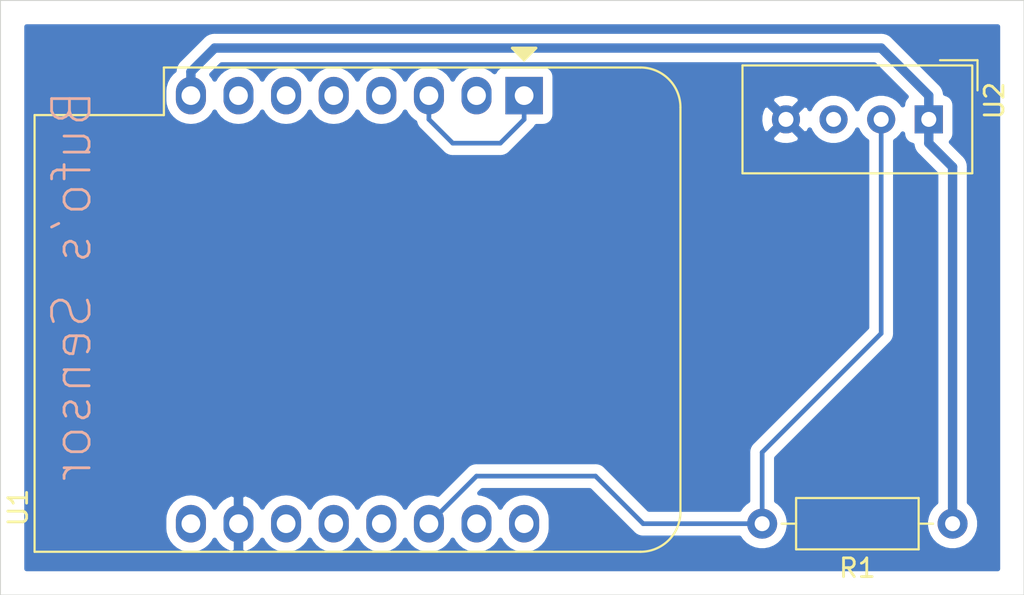
<source format=kicad_pcb>
(kicad_pcb (version 20171130) (host pcbnew "(5.1.8)-1")

  (general
    (thickness 1.6)
    (drawings 5)
    (tracks 20)
    (zones 0)
    (modules 3)
    (nets 5)
  )

  (page A4)
  (layers
    (0 F.Cu signal)
    (31 B.Cu signal)
    (33 F.Adhes user)
    (35 F.Paste user)
    (36 B.SilkS user)
    (37 F.SilkS user)
    (38 B.Mask user)
    (39 F.Mask user)
    (40 Dwgs.User user)
    (41 Cmts.User user)
    (42 Eco1.User user)
    (43 Eco2.User user)
    (44 Edge.Cuts user)
    (45 Margin user)
    (46 B.CrtYd user)
    (47 F.CrtYd user)
    (49 F.Fab user)
  )

  (setup
    (last_trace_width 0.3)
    (trace_clearance 0.3)
    (zone_clearance 0.508)
    (zone_45_only no)
    (trace_min 0.2)
    (via_size 0.8)
    (via_drill 0.4)
    (via_min_size 0.4)
    (via_min_drill 0.3)
    (uvia_size 0.3)
    (uvia_drill 0.1)
    (uvias_allowed no)
    (uvia_min_size 0.2)
    (uvia_min_drill 0.1)
    (edge_width 0.05)
    (segment_width 0.2)
    (pcb_text_width 0.3)
    (pcb_text_size 1.5 1.5)
    (mod_edge_width 0.12)
    (mod_text_size 1 1)
    (mod_text_width 0.15)
    (pad_size 1.524 1.524)
    (pad_drill 0.762)
    (pad_to_mask_clearance 0)
    (aux_axis_origin 0 0)
    (visible_elements 7FFFFFFF)
    (pcbplotparams
      (layerselection 0x010f0_ffffffff)
      (usegerberextensions false)
      (usegerberattributes true)
      (usegerberadvancedattributes true)
      (creategerberjobfile true)
      (excludeedgelayer true)
      (linewidth 0.100000)
      (plotframeref false)
      (viasonmask false)
      (mode 1)
      (useauxorigin false)
      (hpglpennumber 1)
      (hpglpenspeed 20)
      (hpglpendiameter 15.000000)
      (psnegative false)
      (psa4output false)
      (plotreference true)
      (plotvalue true)
      (plotinvisibletext false)
      (padsonsilk false)
      (subtractmaskfromsilk false)
      (outputformat 1)
      (mirror false)
      (drillshape 0)
      (scaleselection 1)
      (outputdirectory "Gerber/"))
  )

  (net 0 "")
  (net 1 "Net-(R1-Pad2)")
  (net 2 VCC)
  (net 3 GND)
  (net 4 "Net-(U1-Pad1)")

  (net_class Default "This is the default net class."
    (clearance 0.3)
    (trace_width 0.3)
    (via_dia 0.8)
    (via_drill 0.4)
    (uvia_dia 0.3)
    (uvia_drill 0.1)
    (add_net "Net-(R1-Pad2)")
    (add_net "Net-(U1-Pad1)")
  )

  (net_class PWR ""
    (clearance 0.3)
    (trace_width 0.5)
    (via_dia 0.8)
    (via_drill 0.4)
    (uvia_dia 0.3)
    (uvia_drill 0.1)
    (add_net GND)
    (add_net VCC)
  )

  (module Module:WEMOS_D1_mini_light (layer F.Cu) (tedit 5BBFB1CE) (tstamp 60FC6AD9)
    (at 116.84 40.64 270)
    (descr "16-pin module, column spacing 22.86 mm (900 mils), https://wiki.wemos.cc/products:d1:d1_mini, https://c1.staticflickr.com/1/734/31400410271_f278b087db_z.jpg")
    (tags "ESP8266 WiFi microcontroller")
    (path /60FBEF76)
    (fp_text reference U1 (at 22 27 90) (layer F.SilkS)
      (effects (font (size 1 1) (thickness 0.15)))
    )
    (fp_text value WeMos_D1_mini (at 11.7 0 90) (layer F.Fab)
      (effects (font (size 1 1) (thickness 0.15)))
    )
    (fp_line (start 1.04 26.12) (end 24.36 26.12) (layer F.SilkS) (width 0.12))
    (fp_line (start -1.5 19.22) (end -1.5 -6.21) (layer F.SilkS) (width 0.12))
    (fp_line (start 24.36 26.12) (end 24.36 -6.21) (layer F.SilkS) (width 0.12))
    (fp_line (start 22.24 -8.34) (end 0.63 -8.34) (layer F.SilkS) (width 0.12))
    (fp_line (start 1.17 25.99) (end 24.23 25.99) (layer F.Fab) (width 0.1))
    (fp_line (start 24.23 25.99) (end 24.23 -6.21) (layer F.Fab) (width 0.1))
    (fp_line (start 22.23 -8.21) (end 0.63 -8.21) (layer F.Fab) (width 0.1))
    (fp_line (start -1.37 1) (end -1.37 19.09) (layer F.Fab) (width 0.1))
    (fp_line (start -1.62 -8.46) (end 24.48 -8.46) (layer F.CrtYd) (width 0.05))
    (fp_line (start 24.48 -8.41) (end 24.48 26.24) (layer F.CrtYd) (width 0.05))
    (fp_line (start 24.48 26.24) (end -1.62 26.24) (layer F.CrtYd) (width 0.05))
    (fp_line (start -1.62 26.24) (end -1.62 -8.46) (layer F.CrtYd) (width 0.05))
    (fp_poly (pts (xy -2.54 -0.635) (xy -2.54 0.635) (xy -1.905 0)) (layer F.SilkS) (width 0.15))
    (fp_line (start -1.35 -1.4) (end 24.25 -1.4) (layer Dwgs.User) (width 0.1))
    (fp_line (start 24.25 -1.4) (end 24.25 -8.2) (layer Dwgs.User) (width 0.1))
    (fp_line (start 24.25 -8.2) (end -1.35 -8.2) (layer Dwgs.User) (width 0.1))
    (fp_line (start -1.35 -8.2) (end -1.35 -1.4) (layer Dwgs.User) (width 0.1))
    (fp_line (start -1.35 -1.4) (end 5.45 -8.2) (layer Dwgs.User) (width 0.1))
    (fp_line (start 0.65 -1.4) (end 7.45 -8.2) (layer Dwgs.User) (width 0.1))
    (fp_line (start 2.65 -1.4) (end 9.45 -8.2) (layer Dwgs.User) (width 0.1))
    (fp_line (start 4.65 -1.4) (end 11.45 -8.2) (layer Dwgs.User) (width 0.1))
    (fp_line (start 6.65 -1.4) (end 13.45 -8.2) (layer Dwgs.User) (width 0.1))
    (fp_line (start 8.65 -1.4) (end 15.45 -8.2) (layer Dwgs.User) (width 0.1))
    (fp_line (start 10.65 -1.4) (end 17.45 -8.2) (layer Dwgs.User) (width 0.1))
    (fp_line (start 12.65 -1.4) (end 19.45 -8.2) (layer Dwgs.User) (width 0.1))
    (fp_line (start 14.65 -1.4) (end 21.45 -8.2) (layer Dwgs.User) (width 0.1))
    (fp_line (start 16.65 -1.4) (end 23.45 -8.2) (layer Dwgs.User) (width 0.1))
    (fp_line (start 18.65 -1.4) (end 24.25 -7) (layer Dwgs.User) (width 0.1))
    (fp_line (start 20.65 -1.4) (end 24.25 -5) (layer Dwgs.User) (width 0.1))
    (fp_line (start 22.65 -1.4) (end 24.25 -3) (layer Dwgs.User) (width 0.1))
    (fp_line (start -1.35 -3.4) (end 3.45 -8.2) (layer Dwgs.User) (width 0.1))
    (fp_line (start -1.3 -5.45) (end 1.45 -8.2) (layer Dwgs.User) (width 0.1))
    (fp_line (start -1.35 -7.4) (end -0.55 -8.2) (layer Dwgs.User) (width 0.1))
    (fp_line (start -1.37 19.09) (end 1.17 19.09) (layer F.Fab) (width 0.1))
    (fp_line (start 1.17 19.09) (end 1.17 25.99) (layer F.Fab) (width 0.1))
    (fp_line (start -1.37 -6.21) (end -1.37 -1) (layer F.Fab) (width 0.1))
    (fp_line (start -1.37 1) (end -0.37 0) (layer F.Fab) (width 0.1))
    (fp_line (start -0.37 0) (end -1.37 -1) (layer F.Fab) (width 0.1))
    (fp_line (start -1.5 19.22) (end 1.04 19.22) (layer F.SilkS) (width 0.12))
    (fp_line (start 1.04 19.22) (end 1.04 26.12) (layer F.SilkS) (width 0.12))
    (fp_text user "No copper" (at 11.43 -3.81 90) (layer Cmts.User)
      (effects (font (size 1 1) (thickness 0.15)))
    )
    (fp_text user "KEEP OUT" (at 11.43 -6.35 90) (layer Cmts.User)
      (effects (font (size 1 1) (thickness 0.15)))
    )
    (fp_arc (start 22.23 -6.21) (end 24.36 -6.21) (angle -90) (layer F.SilkS) (width 0.12))
    (fp_arc (start 0.63 -6.21) (end 0.63 -8.34) (angle -90) (layer F.SilkS) (width 0.12))
    (fp_arc (start 22.23 -6.21) (end 24.23 -6.19) (angle -90) (layer F.Fab) (width 0.1))
    (fp_arc (start 0.63 -6.21) (end 0.63 -8.21) (angle -90) (layer F.Fab) (width 0.1))
    (fp_text user %R (at 11.43 10 90) (layer F.Fab)
      (effects (font (size 1 1) (thickness 0.15)))
    )
    (pad 16 thru_hole oval (at 22.86 0 270) (size 2 1.6) (drill 1) (layers *.Cu *.Mask))
    (pad 15 thru_hole oval (at 22.86 2.54 270) (size 2 1.6) (drill 1) (layers *.Cu *.Mask))
    (pad 14 thru_hole oval (at 22.86 5.08 270) (size 2 1.6) (drill 1) (layers *.Cu *.Mask)
      (net 1 "Net-(R1-Pad2)"))
    (pad 13 thru_hole oval (at 22.86 7.62 270) (size 2 1.6) (drill 1) (layers *.Cu *.Mask))
    (pad 12 thru_hole oval (at 22.86 10.16 270) (size 2 1.6) (drill 1) (layers *.Cu *.Mask))
    (pad 11 thru_hole oval (at 22.86 12.7 270) (size 2 1.6) (drill 1) (layers *.Cu *.Mask))
    (pad 10 thru_hole oval (at 22.86 15.24 270) (size 2 1.6) (drill 1) (layers *.Cu *.Mask)
      (net 3 GND))
    (pad 9 thru_hole oval (at 22.86 17.78 270) (size 2 1.6) (drill 1) (layers *.Cu *.Mask))
    (pad 8 thru_hole oval (at 0 17.78 270) (size 2 1.6) (drill 1) (layers *.Cu *.Mask)
      (net 2 VCC))
    (pad 7 thru_hole oval (at 0 15.24 270) (size 2 1.6) (drill 1) (layers *.Cu *.Mask))
    (pad 6 thru_hole oval (at 0 12.7 270) (size 2 1.6) (drill 1) (layers *.Cu *.Mask))
    (pad 5 thru_hole oval (at 0 10.16 270) (size 2 1.6) (drill 1) (layers *.Cu *.Mask))
    (pad 4 thru_hole oval (at 0 7.62 270) (size 2 1.6) (drill 1) (layers *.Cu *.Mask))
    (pad 3 thru_hole oval (at 0 5.08 270) (size 2 1.6) (drill 1) (layers *.Cu *.Mask)
      (net 4 "Net-(U1-Pad1)"))
    (pad 1 thru_hole rect (at 0 0 270) (size 2 2) (drill 1) (layers *.Cu *.Mask)
      (net 4 "Net-(U1-Pad1)"))
    (pad 2 thru_hole oval (at 0 2.54 270) (size 2 1.6) (drill 1) (layers *.Cu *.Mask))
    (model ${KISYS3DMOD}/Module.3dshapes/WEMOS_D1_mini_light.wrl
      (at (xyz 0 0 0))
      (scale (xyz 1 1 1))
      (rotate (xyz 0 0 0))
    )
    (model ${KISYS3DMOD}/Connector_PinHeader_2.54mm.3dshapes/PinHeader_1x08_P2.54mm_Vertical.wrl
      (offset (xyz 0 0 9.5))
      (scale (xyz 1 1 1))
      (rotate (xyz 0 -180 0))
    )
    (model ${KISYS3DMOD}/Connector_PinHeader_2.54mm.3dshapes/PinHeader_1x08_P2.54mm_Vertical.wrl
      (offset (xyz 22.86 0 9.5))
      (scale (xyz 1 1 1))
      (rotate (xyz 0 -180 0))
    )
    (model ${KISYS3DMOD}/Connector_PinSocket_2.54mm.3dshapes/PinSocket_1x08_P2.54mm_Vertical.wrl
      (at (xyz 0 0 0))
      (scale (xyz 1 1 1))
      (rotate (xyz 0 0 0))
    )
    (model ${KISYS3DMOD}/Connector_PinSocket_2.54mm.3dshapes/PinSocket_1x08_P2.54mm_Vertical.wrl
      (offset (xyz 22.86 0 0))
      (scale (xyz 1 1 1))
      (rotate (xyz 0 0 0))
    )
  )

  (module Sensor:Aosong_DHT11_5.5x12.0_P2.54mm (layer F.Cu) (tedit 5C4B60CF) (tstamp 60FC6AF1)
    (at 138.43 41.91 270)
    (descr "Temperature and humidity module, http://akizukidenshi.com/download/ds/aosong/DHT11.pdf")
    (tags "Temperature and humidity module")
    (path /60FC2C7A)
    (fp_text reference U2 (at -1 -3.5 90) (layer F.SilkS)
      (effects (font (size 1 1) (thickness 0.15)))
    )
    (fp_text value DHT11 (at 0 11.3 90) (layer F.Fab)
      (effects (font (size 1 1) (thickness 0.15)))
    )
    (fp_line (start -1.75 -2.19) (end 2.75 -2.19) (layer F.Fab) (width 0.1))
    (fp_line (start 2.75 -2.19) (end 2.75 9.81) (layer F.Fab) (width 0.1))
    (fp_line (start 2.75 9.81) (end -2.75 9.81) (layer F.Fab) (width 0.1))
    (fp_line (start -2.75 -1.19) (end -2.75 9.81) (layer F.Fab) (width 0.1))
    (fp_line (start -2.87 -2.32) (end 2.87 -2.32) (layer F.SilkS) (width 0.12))
    (fp_line (start 2.88 -2.32) (end 2.88 9.94) (layer F.SilkS) (width 0.12))
    (fp_line (start 2.88 9.94) (end -2.88 9.94) (layer F.SilkS) (width 0.12))
    (fp_line (start -2.88 9.94) (end -2.88 -2.31) (layer F.SilkS) (width 0.12))
    (fp_line (start -3 -2.44) (end 3 -2.44) (layer F.CrtYd) (width 0.05))
    (fp_line (start 3 -2.44) (end 3 10.06) (layer F.CrtYd) (width 0.05))
    (fp_line (start 3 10.06) (end -3 10.06) (layer F.CrtYd) (width 0.05))
    (fp_line (start -3 10.06) (end -3 -2.44) (layer F.CrtYd) (width 0.05))
    (fp_line (start -2.75 -1.19) (end -1.75 -2.19) (layer F.Fab) (width 0.1))
    (fp_line (start -3.16 -2.6) (end -3.16 -0.6) (layer F.SilkS) (width 0.12))
    (fp_line (start -3.16 -2.6) (end -1.55 -2.6) (layer F.SilkS) (width 0.12))
    (fp_text user %R (at 0 3.81 90) (layer F.Fab)
      (effects (font (size 1 1) (thickness 0.15)))
    )
    (pad 4 thru_hole circle (at 0 7.62 270) (size 1.5 1.5) (drill 0.8) (layers *.Cu *.Mask)
      (net 3 GND))
    (pad 3 thru_hole circle (at 0 5.08 270) (size 1.5 1.5) (drill 0.8) (layers *.Cu *.Mask))
    (pad 2 thru_hole circle (at 0 2.54 270) (size 1.5 1.5) (drill 0.8) (layers *.Cu *.Mask)
      (net 1 "Net-(R1-Pad2)"))
    (pad 1 thru_hole rect (at 0 0 270) (size 1.5 1.5) (drill 0.8) (layers *.Cu *.Mask)
      (net 2 VCC))
    (model ${KISYS3DMOD}/Sensor.3dshapes/Aosong_DHT11_5.5x12.0_P2.54mm.wrl
      (at (xyz 0 0 0))
      (scale (xyz 1 1 1))
      (rotate (xyz 0 0 0))
    )
  )

  (module Resistor_THT:R_Axial_DIN0207_L6.3mm_D2.5mm_P10.16mm_Horizontal (layer F.Cu) (tedit 5AE5139B) (tstamp 60FC716B)
    (at 139.7 63.5 180)
    (descr "Resistor, Axial_DIN0207 series, Axial, Horizontal, pin pitch=10.16mm, 0.25W = 1/4W, length*diameter=6.3*2.5mm^2, http://cdn-reichelt.de/documents/datenblatt/B400/1_4W%23YAG.pdf")
    (tags "Resistor Axial_DIN0207 series Axial Horizontal pin pitch 10.16mm 0.25W = 1/4W length 6.3mm diameter 2.5mm")
    (path /60FCC754)
    (fp_text reference R1 (at 5.08 -2.37) (layer F.SilkS)
      (effects (font (size 1 1) (thickness 0.15)))
    )
    (fp_text value 10K (at 5.08 2.37) (layer F.Fab)
      (effects (font (size 1 1) (thickness 0.15)))
    )
    (fp_line (start 1.93 -1.25) (end 1.93 1.25) (layer F.Fab) (width 0.1))
    (fp_line (start 1.93 1.25) (end 8.23 1.25) (layer F.Fab) (width 0.1))
    (fp_line (start 8.23 1.25) (end 8.23 -1.25) (layer F.Fab) (width 0.1))
    (fp_line (start 8.23 -1.25) (end 1.93 -1.25) (layer F.Fab) (width 0.1))
    (fp_line (start 0 0) (end 1.93 0) (layer F.Fab) (width 0.1))
    (fp_line (start 10.16 0) (end 8.23 0) (layer F.Fab) (width 0.1))
    (fp_line (start 1.81 -1.37) (end 1.81 1.37) (layer F.SilkS) (width 0.12))
    (fp_line (start 1.81 1.37) (end 8.35 1.37) (layer F.SilkS) (width 0.12))
    (fp_line (start 8.35 1.37) (end 8.35 -1.37) (layer F.SilkS) (width 0.12))
    (fp_line (start 8.35 -1.37) (end 1.81 -1.37) (layer F.SilkS) (width 0.12))
    (fp_line (start 1.04 0) (end 1.81 0) (layer F.SilkS) (width 0.12))
    (fp_line (start 9.12 0) (end 8.35 0) (layer F.SilkS) (width 0.12))
    (fp_line (start -1.05 -1.5) (end -1.05 1.5) (layer F.CrtYd) (width 0.05))
    (fp_line (start -1.05 1.5) (end 11.21 1.5) (layer F.CrtYd) (width 0.05))
    (fp_line (start 11.21 1.5) (end 11.21 -1.5) (layer F.CrtYd) (width 0.05))
    (fp_line (start 11.21 -1.5) (end -1.05 -1.5) (layer F.CrtYd) (width 0.05))
    (fp_text user %R (at 5.08 0) (layer F.Fab)
      (effects (font (size 1 1) (thickness 0.15)))
    )
    (pad 2 thru_hole oval (at 10.16 0 180) (size 1.6 1.6) (drill 0.8) (layers *.Cu *.Mask)
      (net 1 "Net-(R1-Pad2)"))
    (pad 1 thru_hole circle (at 0 0 180) (size 1.6 1.6) (drill 0.8) (layers *.Cu *.Mask)
      (net 2 VCC))
    (model ${KISYS3DMOD}/Resistor_THT.3dshapes/R_Axial_DIN0207_L6.3mm_D2.5mm_P10.16mm_Horizontal.wrl
      (at (xyz 0 0 0))
      (scale (xyz 1 1 1))
      (rotate (xyz 0 0 0))
    )
  )

  (gr_text "Bufo's Sensor" (at 92.71 50.8 90) (layer B.SilkS)
    (effects (font (size 2 2) (thickness 0.15)) (justify mirror))
  )
  (gr_line (start 143.51 67.31) (end 143.51 35.56) (layer Edge.Cuts) (width 0.05) (tstamp 60FCA090))
  (gr_line (start 88.9 67.31) (end 143.51 67.31) (layer Edge.Cuts) (width 0.05))
  (gr_line (start 88.9 35.56) (end 88.9 67.31) (layer Edge.Cuts) (width 0.05))
  (gr_line (start 88.9 35.56) (end 143.51 35.56) (layer Edge.Cuts) (width 0.05))

  (segment (start 114.3 60.96) (end 111.76 63.5) (width 0.25) (layer B.Cu) (net 1) (status 20))
  (segment (start 120.65 60.96) (end 114.3 60.96) (width 0.25) (layer B.Cu) (net 1))
  (segment (start 123.19 63.5) (end 120.65 60.96) (width 0.25) (layer B.Cu) (net 1))
  (segment (start 129.54 63.5) (end 123.19 63.5) (width 0.25) (layer B.Cu) (net 1) (status 10))
  (segment (start 129.54 63.5) (end 129.54 59.69) (width 0.25) (layer B.Cu) (net 1))
  (segment (start 135.89 53.34) (end 135.89 41.91) (width 0.25) (layer B.Cu) (net 1))
  (segment (start 129.54 59.69) (end 135.89 53.34) (width 0.25) (layer B.Cu) (net 1))
  (segment (start 99.06 40.64) (end 99.06 39.37) (width 0.5) (layer B.Cu) (net 2))
  (segment (start 99.06 39.37) (end 100.33 38.1) (width 0.5) (layer B.Cu) (net 2))
  (segment (start 100.33 38.1) (end 135.89 38.1) (width 0.5) (layer B.Cu) (net 2))
  (segment (start 135.89 38.1) (end 138.43 40.64) (width 0.5) (layer B.Cu) (net 2))
  (segment (start 138.43 40.64) (end 138.43 41.91) (width 0.5) (layer B.Cu) (net 2))
  (segment (start 138.43 41.91) (end 138.43 43.18) (width 0.5) (layer B.Cu) (net 2))
  (segment (start 139.7 44.45) (end 139.7 63.5) (width 0.5) (layer B.Cu) (net 2))
  (segment (start 138.43 43.18) (end 139.7 44.45) (width 0.5) (layer B.Cu) (net 2))
  (segment (start 115.57 43.18) (end 116.84 41.91) (width 0.25) (layer B.Cu) (net 4))
  (segment (start 113.03 43.18) (end 115.57 43.18) (width 0.25) (layer B.Cu) (net 4))
  (segment (start 111.76 41.91) (end 113.03 43.18) (width 0.25) (layer B.Cu) (net 4))
  (segment (start 116.84 41.91) (end 116.84 40.64) (width 0.25) (layer B.Cu) (net 4) (status 20))
  (segment (start 111.76 40.64) (end 111.76 41.91) (width 0.25) (layer B.Cu) (net 4) (status 10))

  (zone (net 3) (net_name GND) (layer B.Cu) (tstamp 60FD7DD2) (hatch edge 0.508)
    (connect_pads (clearance 0.508))
    (min_thickness 0.254)
    (fill yes (arc_segments 32) (thermal_gap 0.508) (thermal_bridge_width 0.508))
    (polygon
      (pts
        (xy 142.24 66.04) (xy 90.17 66.04) (xy 90.17 36.83) (xy 142.24 36.83)
      )
    )
    (filled_polygon
      (pts
        (xy 142.113 65.913) (xy 90.297 65.913) (xy 90.297 63.229508) (xy 97.625 63.229508) (xy 97.625 63.770491)
        (xy 97.645764 63.981308) (xy 97.727818 64.251807) (xy 97.861068 64.5011) (xy 98.040392 64.719607) (xy 98.258899 64.898932)
        (xy 98.508192 65.032182) (xy 98.778691 65.114236) (xy 99.06 65.141943) (xy 99.341308 65.114236) (xy 99.611807 65.032182)
        (xy 99.8611 64.898932) (xy 100.079607 64.719608) (xy 100.258932 64.501101) (xy 100.328122 64.371655) (xy 100.33557 64.389227)
        (xy 100.494327 64.622662) (xy 100.695575 64.820639) (xy 100.931579 64.975551) (xy 101.19327 65.081444) (xy 101.250961 65.091904)
        (xy 101.473 64.969915) (xy 101.473 63.627) (xy 101.453 63.627) (xy 101.453 63.373) (xy 101.473 63.373)
        (xy 101.473 62.030085) (xy 101.250961 61.908096) (xy 101.19327 61.918556) (xy 100.931579 62.024449) (xy 100.695575 62.179361)
        (xy 100.494327 62.377338) (xy 100.33557 62.610773) (xy 100.328122 62.628345) (xy 100.258932 62.498899) (xy 100.079608 62.280392)
        (xy 99.861101 62.101068) (xy 99.611808 61.967818) (xy 99.341309 61.885764) (xy 99.06 61.858057) (xy 98.778692 61.885764)
        (xy 98.508193 61.967818) (xy 98.2589 62.101068) (xy 98.040393 62.280392) (xy 97.861068 62.498899) (xy 97.727818 62.748192)
        (xy 97.645764 63.018691) (xy 97.625 63.229508) (xy 90.297 63.229508) (xy 90.297 40.369508) (xy 97.625 40.369508)
        (xy 97.625 40.910491) (xy 97.645764 41.121308) (xy 97.727818 41.391807) (xy 97.861068 41.6411) (xy 98.040392 41.859607)
        (xy 98.258899 42.038932) (xy 98.508192 42.172182) (xy 98.778691 42.254236) (xy 99.06 42.281943) (xy 99.341308 42.254236)
        (xy 99.611807 42.172182) (xy 99.8611 42.038932) (xy 100.079607 41.859608) (xy 100.258932 41.641101) (xy 100.33 41.508142)
        (xy 100.401068 41.6411) (xy 100.580392 41.859607) (xy 100.798899 42.038932) (xy 101.048192 42.172182) (xy 101.318691 42.254236)
        (xy 101.6 42.281943) (xy 101.881308 42.254236) (xy 102.151807 42.172182) (xy 102.4011 42.038932) (xy 102.619607 41.859608)
        (xy 102.798932 41.641101) (xy 102.87 41.508142) (xy 102.941068 41.6411) (xy 103.120392 41.859607) (xy 103.338899 42.038932)
        (xy 103.588192 42.172182) (xy 103.858691 42.254236) (xy 104.14 42.281943) (xy 104.421308 42.254236) (xy 104.691807 42.172182)
        (xy 104.9411 42.038932) (xy 105.159607 41.859608) (xy 105.338932 41.641101) (xy 105.41 41.508142) (xy 105.481068 41.6411)
        (xy 105.660392 41.859607) (xy 105.878899 42.038932) (xy 106.128192 42.172182) (xy 106.398691 42.254236) (xy 106.68 42.281943)
        (xy 106.961308 42.254236) (xy 107.231807 42.172182) (xy 107.4811 42.038932) (xy 107.699607 41.859608) (xy 107.878932 41.641101)
        (xy 107.95 41.508142) (xy 108.021068 41.6411) (xy 108.200392 41.859607) (xy 108.418899 42.038932) (xy 108.668192 42.172182)
        (xy 108.938691 42.254236) (xy 109.22 42.281943) (xy 109.501308 42.254236) (xy 109.771807 42.172182) (xy 110.0211 42.038932)
        (xy 110.239607 41.859608) (xy 110.418932 41.641101) (xy 110.49 41.508142) (xy 110.561068 41.6411) (xy 110.740392 41.859607)
        (xy 110.958899 42.038932) (xy 111.01382 42.068288) (xy 111.018431 42.08349) (xy 111.054454 42.202246) (xy 111.125026 42.334276)
        (xy 111.158353 42.374884) (xy 111.22 42.450001) (xy 111.248998 42.473799) (xy 112.466201 43.691003) (xy 112.489999 43.720001)
        (xy 112.605724 43.814974) (xy 112.737753 43.885546) (xy 112.881014 43.929003) (xy 112.992667 43.94) (xy 112.992676 43.94)
        (xy 113.029999 43.943676) (xy 113.067322 43.94) (xy 115.532678 43.94) (xy 115.57 43.943676) (xy 115.607322 43.94)
        (xy 115.607333 43.94) (xy 115.718986 43.929003) (xy 115.862247 43.885546) (xy 115.994276 43.814974) (xy 116.110001 43.720001)
        (xy 116.133804 43.690997) (xy 116.957808 42.866993) (xy 130.032612 42.866993) (xy 130.098137 43.10586) (xy 130.345116 43.22176)
        (xy 130.60996 43.28725) (xy 130.882492 43.299812) (xy 131.152238 43.258965) (xy 131.408832 43.166277) (xy 131.521863 43.10586)
        (xy 131.587388 42.866993) (xy 130.81 42.089605) (xy 130.032612 42.866993) (xy 116.957808 42.866993) (xy 117.351004 42.473798)
        (xy 117.380001 42.450001) (xy 117.474974 42.334276) (xy 117.505016 42.278072) (xy 117.84 42.278072) (xy 117.964482 42.265812)
        (xy 118.08418 42.229502) (xy 118.194494 42.170537) (xy 118.291185 42.091185) (xy 118.370537 41.994494) (xy 118.376952 41.982492)
        (xy 129.420188 41.982492) (xy 129.461035 42.252238) (xy 129.553723 42.508832) (xy 129.61414 42.621863) (xy 129.853007 42.687388)
        (xy 130.630395 41.91) (xy 129.853007 41.132612) (xy 129.61414 41.198137) (xy 129.49824 41.445116) (xy 129.43275 41.70996)
        (xy 129.420188 41.982492) (xy 118.376952 41.982492) (xy 118.429502 41.88418) (xy 118.465812 41.764482) (xy 118.478072 41.64)
        (xy 118.478072 40.953007) (xy 130.032612 40.953007) (xy 130.81 41.730395) (xy 131.587388 40.953007) (xy 131.521863 40.71414)
        (xy 131.274884 40.59824) (xy 131.01004 40.53275) (xy 130.737508 40.520188) (xy 130.467762 40.561035) (xy 130.211168 40.653723)
        (xy 130.098137 40.71414) (xy 130.032612 40.953007) (xy 118.478072 40.953007) (xy 118.478072 39.64) (xy 118.465812 39.515518)
        (xy 118.429502 39.39582) (xy 118.370537 39.285506) (xy 118.291185 39.188815) (xy 118.194494 39.109463) (xy 118.08418 39.050498)
        (xy 117.964482 39.014188) (xy 117.84 39.001928) (xy 115.84 39.001928) (xy 115.715518 39.014188) (xy 115.59582 39.050498)
        (xy 115.485506 39.109463) (xy 115.388815 39.188815) (xy 115.309463 39.285506) (xy 115.262441 39.373476) (xy 115.101101 39.241068)
        (xy 114.851808 39.107818) (xy 114.581309 39.025764) (xy 114.3 38.998057) (xy 114.018692 39.025764) (xy 113.748193 39.107818)
        (xy 113.4989 39.241068) (xy 113.280393 39.420392) (xy 113.101068 39.638899) (xy 113.03 39.771858) (xy 112.958932 39.638899)
        (xy 112.779608 39.420392) (xy 112.561101 39.241068) (xy 112.311808 39.107818) (xy 112.041309 39.025764) (xy 111.76 38.998057)
        (xy 111.478692 39.025764) (xy 111.208193 39.107818) (xy 110.9589 39.241068) (xy 110.740393 39.420392) (xy 110.561068 39.638899)
        (xy 110.49 39.771858) (xy 110.418932 39.638899) (xy 110.239608 39.420392) (xy 110.021101 39.241068) (xy 109.771808 39.107818)
        (xy 109.501309 39.025764) (xy 109.22 38.998057) (xy 108.938692 39.025764) (xy 108.668193 39.107818) (xy 108.4189 39.241068)
        (xy 108.200393 39.420392) (xy 108.021068 39.638899) (xy 107.95 39.771858) (xy 107.878932 39.638899) (xy 107.699608 39.420392)
        (xy 107.481101 39.241068) (xy 107.231808 39.107818) (xy 106.961309 39.025764) (xy 106.68 38.998057) (xy 106.398692 39.025764)
        (xy 106.128193 39.107818) (xy 105.8789 39.241068) (xy 105.660393 39.420392) (xy 105.481068 39.638899) (xy 105.41 39.771858)
        (xy 105.338932 39.638899) (xy 105.159608 39.420392) (xy 104.941101 39.241068) (xy 104.691808 39.107818) (xy 104.421309 39.025764)
        (xy 104.14 38.998057) (xy 103.858692 39.025764) (xy 103.588193 39.107818) (xy 103.3389 39.241068) (xy 103.120393 39.420392)
        (xy 102.941068 39.638899) (xy 102.87 39.771858) (xy 102.798932 39.638899) (xy 102.619608 39.420392) (xy 102.401101 39.241068)
        (xy 102.151808 39.107818) (xy 101.881309 39.025764) (xy 101.6 38.998057) (xy 101.318692 39.025764) (xy 101.048193 39.107818)
        (xy 100.7989 39.241068) (xy 100.580393 39.420392) (xy 100.401068 39.638899) (xy 100.33 39.771858) (xy 100.258932 39.638899)
        (xy 100.161455 39.520123) (xy 100.696579 38.985) (xy 135.523422 38.985) (xy 137.238933 40.700512) (xy 137.228815 40.708815)
        (xy 137.149463 40.805506) (xy 137.090498 40.91582) (xy 137.054188 41.035518) (xy 137.043555 41.143483) (xy 136.965799 41.027114)
        (xy 136.772886 40.834201) (xy 136.546043 40.682629) (xy 136.293989 40.578225) (xy 136.026411 40.525) (xy 135.753589 40.525)
        (xy 135.486011 40.578225) (xy 135.233957 40.682629) (xy 135.007114 40.834201) (xy 134.814201 41.027114) (xy 134.662629 41.253957)
        (xy 134.62 41.356873) (xy 134.577371 41.253957) (xy 134.425799 41.027114) (xy 134.232886 40.834201) (xy 134.006043 40.682629)
        (xy 133.753989 40.578225) (xy 133.486411 40.525) (xy 133.213589 40.525) (xy 132.946011 40.578225) (xy 132.693957 40.682629)
        (xy 132.467114 40.834201) (xy 132.274201 41.027114) (xy 132.122629 41.253957) (xy 132.081489 41.353279) (xy 132.066277 41.311168)
        (xy 132.00586 41.198137) (xy 131.766993 41.132612) (xy 130.989605 41.91) (xy 131.766993 42.687388) (xy 132.00586 42.621863)
        (xy 132.080164 42.463523) (xy 132.122629 42.566043) (xy 132.274201 42.792886) (xy 132.467114 42.985799) (xy 132.693957 43.137371)
        (xy 132.946011 43.241775) (xy 133.213589 43.295) (xy 133.486411 43.295) (xy 133.753989 43.241775) (xy 134.006043 43.137371)
        (xy 134.232886 42.985799) (xy 134.425799 42.792886) (xy 134.577371 42.566043) (xy 134.62 42.463127) (xy 134.662629 42.566043)
        (xy 134.814201 42.792886) (xy 135.007114 42.985799) (xy 135.130001 43.06791) (xy 135.13 53.025198) (xy 129.028998 59.126201)
        (xy 129 59.149999) (xy 128.976202 59.178997) (xy 128.976201 59.178998) (xy 128.905026 59.265724) (xy 128.834454 59.397754)
        (xy 128.790998 59.541015) (xy 128.776324 59.69) (xy 128.780001 59.727332) (xy 128.78 62.281956) (xy 128.625241 62.385363)
        (xy 128.425363 62.585241) (xy 128.321957 62.74) (xy 123.504803 62.74) (xy 121.213804 60.449003) (xy 121.190001 60.419999)
        (xy 121.074276 60.325026) (xy 120.942247 60.254454) (xy 120.798986 60.210997) (xy 120.687333 60.2) (xy 120.687322 60.2)
        (xy 120.65 60.196324) (xy 120.612678 60.2) (xy 114.337322 60.2) (xy 114.299999 60.196324) (xy 114.262676 60.2)
        (xy 114.262667 60.2) (xy 114.151014 60.210997) (xy 114.007753 60.254454) (xy 113.875724 60.325026) (xy 113.875722 60.325027)
        (xy 113.875723 60.325027) (xy 113.788996 60.396201) (xy 113.788992 60.396205) (xy 113.759999 60.419999) (xy 113.736205 60.448992)
        (xy 112.239358 61.945841) (xy 112.041309 61.885764) (xy 111.76 61.858057) (xy 111.478692 61.885764) (xy 111.208193 61.967818)
        (xy 110.9589 62.101068) (xy 110.740393 62.280392) (xy 110.561068 62.498899) (xy 110.49 62.631858) (xy 110.418932 62.498899)
        (xy 110.239608 62.280392) (xy 110.021101 62.101068) (xy 109.771808 61.967818) (xy 109.501309 61.885764) (xy 109.22 61.858057)
        (xy 108.938692 61.885764) (xy 108.668193 61.967818) (xy 108.4189 62.101068) (xy 108.200393 62.280392) (xy 108.021068 62.498899)
        (xy 107.95 62.631858) (xy 107.878932 62.498899) (xy 107.699608 62.280392) (xy 107.481101 62.101068) (xy 107.231808 61.967818)
        (xy 106.961309 61.885764) (xy 106.68 61.858057) (xy 106.398692 61.885764) (xy 106.128193 61.967818) (xy 105.8789 62.101068)
        (xy 105.660393 62.280392) (xy 105.481068 62.498899) (xy 105.41 62.631858) (xy 105.338932 62.498899) (xy 105.159608 62.280392)
        (xy 104.941101 62.101068) (xy 104.691808 61.967818) (xy 104.421309 61.885764) (xy 104.14 61.858057) (xy 103.858692 61.885764)
        (xy 103.588193 61.967818) (xy 103.3389 62.101068) (xy 103.120393 62.280392) (xy 102.941068 62.498899) (xy 102.871878 62.628345)
        (xy 102.86443 62.610773) (xy 102.705673 62.377338) (xy 102.504425 62.179361) (xy 102.268421 62.024449) (xy 102.00673 61.918556)
        (xy 101.949039 61.908096) (xy 101.727 62.030085) (xy 101.727 63.373) (xy 101.747 63.373) (xy 101.747 63.627)
        (xy 101.727 63.627) (xy 101.727 64.969915) (xy 101.949039 65.091904) (xy 102.00673 65.081444) (xy 102.268421 64.975551)
        (xy 102.504425 64.820639) (xy 102.705673 64.622662) (xy 102.86443 64.389227) (xy 102.871878 64.371655) (xy 102.941068 64.5011)
        (xy 103.120392 64.719607) (xy 103.338899 64.898932) (xy 103.588192 65.032182) (xy 103.858691 65.114236) (xy 104.14 65.141943)
        (xy 104.421308 65.114236) (xy 104.691807 65.032182) (xy 104.9411 64.898932) (xy 105.159607 64.719608) (xy 105.338932 64.501101)
        (xy 105.41 64.368142) (xy 105.481068 64.5011) (xy 105.660392 64.719607) (xy 105.878899 64.898932) (xy 106.128192 65.032182)
        (xy 106.398691 65.114236) (xy 106.68 65.141943) (xy 106.961308 65.114236) (xy 107.231807 65.032182) (xy 107.4811 64.898932)
        (xy 107.699607 64.719608) (xy 107.878932 64.501101) (xy 107.95 64.368142) (xy 108.021068 64.5011) (xy 108.200392 64.719607)
        (xy 108.418899 64.898932) (xy 108.668192 65.032182) (xy 108.938691 65.114236) (xy 109.22 65.141943) (xy 109.501308 65.114236)
        (xy 109.771807 65.032182) (xy 110.0211 64.898932) (xy 110.239607 64.719608) (xy 110.418932 64.501101) (xy 110.49 64.368142)
        (xy 110.561068 64.5011) (xy 110.740392 64.719607) (xy 110.958899 64.898932) (xy 111.208192 65.032182) (xy 111.478691 65.114236)
        (xy 111.76 65.141943) (xy 112.041308 65.114236) (xy 112.311807 65.032182) (xy 112.5611 64.898932) (xy 112.779607 64.719608)
        (xy 112.958932 64.501101) (xy 113.03 64.368142) (xy 113.101068 64.5011) (xy 113.280392 64.719607) (xy 113.498899 64.898932)
        (xy 113.748192 65.032182) (xy 114.018691 65.114236) (xy 114.3 65.141943) (xy 114.581308 65.114236) (xy 114.851807 65.032182)
        (xy 115.1011 64.898932) (xy 115.319607 64.719608) (xy 115.498932 64.501101) (xy 115.57 64.368142) (xy 115.641068 64.5011)
        (xy 115.820392 64.719607) (xy 116.038899 64.898932) (xy 116.288192 65.032182) (xy 116.558691 65.114236) (xy 116.84 65.141943)
        (xy 117.121308 65.114236) (xy 117.391807 65.032182) (xy 117.6411 64.898932) (xy 117.859607 64.719608) (xy 118.038932 64.501101)
        (xy 118.172182 64.251808) (xy 118.254236 63.981309) (xy 118.275 63.770492) (xy 118.275 63.229509) (xy 118.254236 63.018692)
        (xy 118.172182 62.748193) (xy 118.038932 62.498899) (xy 117.859608 62.280392) (xy 117.641101 62.101068) (xy 117.391808 61.967818)
        (xy 117.121309 61.885764) (xy 116.84 61.858057) (xy 116.558692 61.885764) (xy 116.288193 61.967818) (xy 116.0389 62.101068)
        (xy 115.820393 62.280392) (xy 115.641068 62.498899) (xy 115.57 62.631858) (xy 115.498932 62.498899) (xy 115.319608 62.280392)
        (xy 115.101101 62.101068) (xy 114.851808 61.967818) (xy 114.581309 61.885764) (xy 114.460898 61.873904) (xy 114.614803 61.72)
        (xy 120.335199 61.72) (xy 122.626205 64.011008) (xy 122.649999 64.040001) (xy 122.678992 64.063795) (xy 122.678996 64.063799)
        (xy 122.749685 64.121811) (xy 122.765724 64.134974) (xy 122.897753 64.205546) (xy 123.041014 64.249003) (xy 123.152667 64.26)
        (xy 123.152676 64.26) (xy 123.189999 64.263676) (xy 123.227322 64.26) (xy 128.321957 64.26) (xy 128.425363 64.414759)
        (xy 128.625241 64.614637) (xy 128.860273 64.77168) (xy 129.121426 64.879853) (xy 129.398665 64.935) (xy 129.681335 64.935)
        (xy 129.958574 64.879853) (xy 130.219727 64.77168) (xy 130.454759 64.614637) (xy 130.654637 64.414759) (xy 130.81168 64.179727)
        (xy 130.919853 63.918574) (xy 130.975 63.641335) (xy 130.975 63.358665) (xy 130.919853 63.081426) (xy 130.81168 62.820273)
        (xy 130.654637 62.585241) (xy 130.454759 62.385363) (xy 130.3 62.281957) (xy 130.3 60.004801) (xy 136.401004 53.903798)
        (xy 136.430001 53.880001) (xy 136.456332 53.847917) (xy 136.524974 53.764277) (xy 136.595546 53.632247) (xy 136.595546 53.632246)
        (xy 136.639003 53.488986) (xy 136.65 53.377333) (xy 136.65 53.377324) (xy 136.653676 53.340001) (xy 136.65 53.302678)
        (xy 136.65 43.067909) (xy 136.772886 42.985799) (xy 136.965799 42.792886) (xy 137.043555 42.676517) (xy 137.054188 42.784482)
        (xy 137.090498 42.90418) (xy 137.149463 43.014494) (xy 137.228815 43.111185) (xy 137.325506 43.190537) (xy 137.43582 43.249502)
        (xy 137.551005 43.284443) (xy 137.557805 43.35349) (xy 137.608412 43.520313) (xy 137.69059 43.674059) (xy 137.773468 43.775046)
        (xy 137.773471 43.775049) (xy 137.801184 43.808817) (xy 137.834951 43.836529) (xy 138.815 44.816579) (xy 138.815001 62.365478)
        (xy 138.785241 62.385363) (xy 138.585363 62.585241) (xy 138.42832 62.820273) (xy 138.320147 63.081426) (xy 138.265 63.358665)
        (xy 138.265 63.641335) (xy 138.320147 63.918574) (xy 138.42832 64.179727) (xy 138.585363 64.414759) (xy 138.785241 64.614637)
        (xy 139.020273 64.77168) (xy 139.281426 64.879853) (xy 139.558665 64.935) (xy 139.841335 64.935) (xy 140.118574 64.879853)
        (xy 140.379727 64.77168) (xy 140.614759 64.614637) (xy 140.814637 64.414759) (xy 140.97168 64.179727) (xy 141.079853 63.918574)
        (xy 141.135 63.641335) (xy 141.135 63.358665) (xy 141.079853 63.081426) (xy 140.97168 62.820273) (xy 140.814637 62.585241)
        (xy 140.614759 62.385363) (xy 140.585 62.365479) (xy 140.585 44.493465) (xy 140.589281 44.449999) (xy 140.585 44.406533)
        (xy 140.585 44.406523) (xy 140.572195 44.27651) (xy 140.521589 44.109687) (xy 140.439411 43.955941) (xy 140.328817 43.821183)
        (xy 140.29505 43.793471) (xy 139.621067 43.119489) (xy 139.631185 43.111185) (xy 139.710537 43.014494) (xy 139.769502 42.90418)
        (xy 139.805812 42.784482) (xy 139.818072 42.66) (xy 139.818072 41.16) (xy 139.805812 41.035518) (xy 139.769502 40.91582)
        (xy 139.710537 40.805506) (xy 139.631185 40.708815) (xy 139.534494 40.629463) (xy 139.42418 40.570498) (xy 139.308995 40.535557)
        (xy 139.302195 40.46651) (xy 139.251589 40.299687) (xy 139.169411 40.145941) (xy 139.058817 40.011183) (xy 139.02505 39.983471)
        (xy 136.546534 37.504956) (xy 136.518817 37.471183) (xy 136.384059 37.360589) (xy 136.230313 37.278411) (xy 136.06349 37.227805)
        (xy 135.933477 37.215) (xy 135.933469 37.215) (xy 135.89 37.210719) (xy 135.846531 37.215) (xy 100.373465 37.215)
        (xy 100.329999 37.210719) (xy 100.286533 37.215) (xy 100.286523 37.215) (xy 100.15651 37.227805) (xy 99.989687 37.278411)
        (xy 99.835941 37.360589) (xy 99.835939 37.36059) (xy 99.83594 37.36059) (xy 99.734953 37.443468) (xy 99.734951 37.44347)
        (xy 99.701183 37.471183) (xy 99.67347 37.504951) (xy 98.464951 38.713471) (xy 98.431184 38.741183) (xy 98.403471 38.774951)
        (xy 98.403468 38.774954) (xy 98.32059 38.875941) (xy 98.238412 39.029687) (xy 98.187805 39.19651) (xy 98.176779 39.308463)
        (xy 98.040393 39.420392) (xy 97.861068 39.638899) (xy 97.727818 39.888192) (xy 97.645764 40.158691) (xy 97.625 40.369508)
        (xy 90.297 40.369508) (xy 90.297 36.957) (xy 142.113 36.957)
      )
    )
  )
)

</source>
